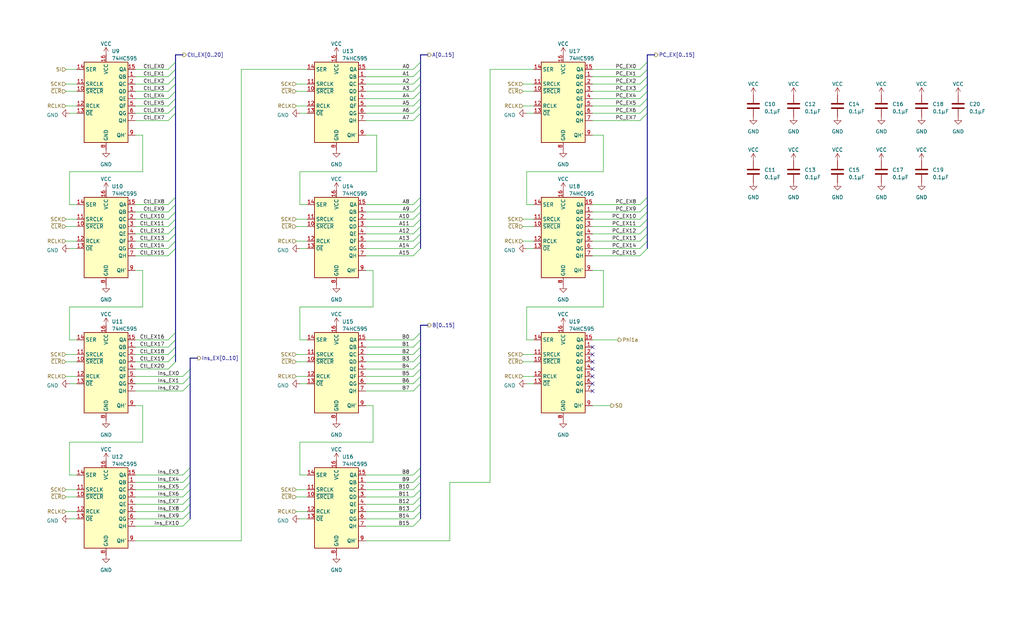
<source format=kicad_sch>
(kicad_sch (version 20250114) (generator "eeschema") (generator_version "9.0")
  (paper "USLegal")
  (title_block (date "2023-03-25") (rev "A"))
  (lib_symbols
    (symbol "74xx:74HC595"
      (property "Reference" "U" (at -7.62 13.97 0))
      (property "Value" "74HC595" (at -7.62 -16.51 0))
      (symbol "74HC595_1_0"
        (pin input line (at -10.16 10.16 0) (length 2.54) (name "SER") (number "14"))
        (pin input line (at -10.16 5.08 0) (length 2.54) (name "SRCLK") (number "11"))
        (pin input line (at -10.16 2.54 0) (length 2.54) (name "~{SRCLR}") (number "10"))
        (pin input line (at -10.16 -2.54 0) (length 2.54) (name "RCLK") (number "12"))
        (pin input line (at -10.16 -5.08 0) (length 2.54) (name "~{OE}") (number "13"))
        (pin power_in line (at 0 15.24 270) (length 2.54) (name "VCC") (number "16"))
        (pin power_in line (at 0 -17.78 90) (length 2.54) (name "GND") (number "8"))
        (pin tri_state line (at 10.16 10.16 180) (length 2.54) (name "QA") (number "15"))
        (pin tri_state line (at 10.16 7.62 180) (length 2.54) (name "QB") (number "1"))
        (pin tri_state line (at 10.16 5.08 180) (length 2.54) (name "QC") (number "2"))
        (pin tri_state line (at 10.16 2.54 180) (length 2.54) (name "QD") (number "3"))
        (pin tri_state line (at 10.16 0 180) (length 2.54) (name "QE") (number "4"))
        (pin tri_state line (at 10.16 -2.54 180) (length 2.54) (name "QF") (number "5"))
        (pin tri_state line (at 10.16 -5.08 180) (length 2.54) (name "QG") (number "6"))
        (pin tri_state line (at 10.16 -7.62 180) (length 2.54) (name "QH") (number "7"))
        (pin output line (at 10.16 -12.7 180) (length 2.54) (name "QH'") (number "9"))
      )
      (symbol "74HC595_1_1"
        (rectangle (start -7.62 12.7) (end 7.62 -15.24) (stroke (width 0.254)) (fill (type background)))
      )
    )
    (symbol "Device:C" (pin_numbers (hide yes)) (pin_names (offset 0.254))
      (property "Reference" "C" (at 0.635 2.54 0))
      (property "Value" "C" (at 0.635 -2.54 0))
      (symbol "C_0_1"
        (polyline (pts (xy -2.032 0.762) (xy 2.032 0.762)) (stroke (width 0.508)))
        (polyline (pts (xy -2.032 -0.762) (xy 2.032 -0.762)) (stroke (width 0.508)))
      )
      (symbol "C_1_1"
        (pin passive line (at 0 3.81 270) (length 2.794) (name "~") (number "1"))
        (pin passive line (at 0 -3.81 90) (length 2.794) (name "~") (number "2"))
      )
    )
    (symbol "power:GND" (power) (pin_names (offset 0))
      (property "Value" "GND" (at 0 -3.81 0))
      (symbol "GND_0_1"
        (polyline (pts (xy 0 0) (xy 0 -1.27) (xy 1.27 -1.27) (xy 0 -2.54) (xy -1.27 -1.27) (xy 0 -1.27)))
      )
      (symbol "GND_1_1"
        (pin power_in line (at 0 0 270) (length 0) (hide yes) (name "GND") (number "1"))
      )
    )
    (symbol "power:VCC" (power) (pin_names (offset 0))
      (property "Value" "VCC" (at 0 3.81 0))
      (symbol "VCC_0_1"
        (polyline (pts (xy -0.762 1.27) (xy 0 2.54)))
        (polyline (pts (xy 0 2.54) (xy 0.762 1.27)))
        (polyline (pts (xy 0 0) (xy 0 2.54)))
      )
      (symbol "VCC_1_1"
        (pin power_in line (at 0 0 90) (length 0) (hide yes) (name "VCC") (number "1"))
      )
    )
  )
  (no_connect (at 205.74 130.81))
  (no_connect (at 205.74 133.35))
  (no_connect (at 205.74 123.19))
  (no_connect (at 205.74 128.27))
  (no_connect (at 205.74 125.73))
  (no_connect (at 205.74 120.65))
  (no_connect (at 205.74 135.89))
  (bus_entry (at 60.96 120.65) (size -2.54 2.54))
  (bus_entry (at 146.05 78.74) (size -2.54 2.54))
  (bus_entry (at 60.96 76.2) (size -2.54 2.54))
  (bus_entry (at 146.05 170.18) (size -2.54 2.54))
  (bus_entry (at 60.96 81.28) (size -2.54 2.54))
  (bus_entry (at 60.96 36.83) (size -2.54 2.54))
  (bus_entry (at 146.05 71.12) (size -2.54 2.54))
  (bus_entry (at 66.04 162.56) (size -2.54 2.54))
  (bus_entry (at 146.05 115.57) (size -2.54 2.54))
  (bus_entry (at 66.04 130.81) (size -2.54 2.54))
  (bus_entry (at 146.05 24.13) (size -2.54 2.54))
  (bus_entry (at 146.05 167.64) (size -2.54 2.54))
  (bus_entry (at 60.96 34.29) (size -2.54 2.54))
  (bus_entry (at 146.05 177.8) (size -2.54 2.54))
  (bus_entry (at 66.04 133.35) (size -2.54 2.54))
  (bus_entry (at 60.96 83.82) (size -2.54 2.54))
  (bus_entry (at 66.04 167.64) (size -2.54 2.54))
  (bus_entry (at 146.05 76.2) (size -2.54 2.54))
  (bus_entry (at 60.96 26.67) (size -2.54 2.54))
  (bus_entry (at 224.79 26.67) (size -2.54 2.54))
  (bus_entry (at 60.96 73.66) (size -2.54 2.54))
  (bus_entry (at 146.05 172.72) (size -2.54 2.54))
  (bus_entry (at 146.05 128.27) (size -2.54 2.54))
  (bus_entry (at 60.96 118.11) (size -2.54 2.54))
  (bus_entry (at 224.79 29.21) (size -2.54 2.54))
  (bus_entry (at 224.79 86.36) (size -2.54 2.54))
  (bus_entry (at 224.79 83.82) (size -2.54 2.54))
  (bus_entry (at 224.79 24.13) (size -2.54 2.54))
  (bus_entry (at 60.96 39.37) (size -2.54 2.54))
  (bus_entry (at 60.96 125.73) (size -2.54 2.54))
  (bus_entry (at 66.04 175.26) (size -2.54 2.54))
  (bus_entry (at 224.79 73.66) (size -2.54 2.54))
  (bus_entry (at 146.05 175.26) (size -2.54 2.54))
  (bus_entry (at 146.05 34.29) (size -2.54 2.54))
  (bus_entry (at 66.04 172.72) (size -2.54 2.54))
  (bus_entry (at 146.05 29.21) (size -2.54 2.54))
  (bus_entry (at 224.79 31.75) (size -2.54 2.54))
  (bus_entry (at 66.04 177.8) (size -2.54 2.54))
  (bus_entry (at 224.79 76.2) (size -2.54 2.54))
  (bus_entry (at 146.05 68.58) (size -2.54 2.54))
  (bus_entry (at 60.96 68.58) (size -2.54 2.54))
  (bus_entry (at 146.05 86.36) (size -2.54 2.54))
  (bus_entry (at 146.05 130.81) (size -2.54 2.54))
  (bus_entry (at 224.79 78.74) (size -2.54 2.54))
  (bus_entry (at 60.96 86.36) (size -2.54 2.54))
  (bus_entry (at 224.79 68.58) (size -2.54 2.54))
  (bus_entry (at 146.05 36.83) (size -2.54 2.54))
  (bus_entry (at 60.96 31.75) (size -2.54 2.54))
  (bus_entry (at 146.05 120.65) (size -2.54 2.54))
  (bus_entry (at 60.96 78.74) (size -2.54 2.54))
  (bus_entry (at 224.79 71.12) (size -2.54 2.54))
  (bus_entry (at 66.04 170.18) (size -2.54 2.54))
  (bus_entry (at 146.05 162.56) (size -2.54 2.54))
  (bus_entry (at 146.05 31.75) (size -2.54 2.54))
  (bus_entry (at 224.79 81.28) (size -2.54 2.54))
  (bus_entry (at 60.96 24.13) (size -2.54 2.54))
  (bus_entry (at 224.79 34.29) (size -2.54 2.54))
  (bus_entry (at 66.04 165.1) (size -2.54 2.54))
  (bus_entry (at 60.96 71.12) (size -2.54 2.54))
  (bus_entry (at 146.05 165.1) (size -2.54 2.54))
  (bus_entry (at 60.96 123.19) (size -2.54 2.54))
  (bus_entry (at 146.05 180.34) (size -2.54 2.54))
  (bus_entry (at 66.04 180.34) (size -2.54 2.54))
  (bus_entry (at 146.05 123.19) (size -2.54 2.54))
  (bus_entry (at 224.79 39.37) (size -2.54 2.54))
  (bus_entry (at 146.05 125.73) (size -2.54 2.54))
  (bus_entry (at 60.96 115.57) (size -2.54 2.54))
  (bus_entry (at 146.05 73.66) (size -2.54 2.54))
  (bus_entry (at 146.05 133.35) (size -2.54 2.54))
  (bus_entry (at 146.05 81.28) (size -2.54 2.54))
  (bus_entry (at 146.05 118.11) (size -2.54 2.54))
  (bus_entry (at 66.04 128.27) (size -2.54 2.54))
  (bus_entry (at 224.79 36.83) (size -2.54 2.54))
  (bus_entry (at 60.96 29.21) (size -2.54 2.54))
  (bus_entry (at 146.05 26.67) (size -2.54 2.54))
  (bus_entry (at 146.05 21.59) (size -2.54 2.54))
  (bus_entry (at 224.79 21.59) (size -2.54 2.54))
  (bus_entry (at 146.05 39.37) (size -2.54 2.54))
  (bus_entry (at 146.05 83.82) (size -2.54 2.54))
  (bus_entry (at 60.96 21.59) (size -2.54 2.54))
  (wire (pts (xy 102.87 125.73) (xy 106.68 125.73)))
  (wire (pts (xy 205.74 118.11) (xy 214.63 118.11)))
  (wire (pts (xy 205.74 46.99) (xy 209.55 46.99)))
  (bus (pts (xy 146.05 115.57) (xy 146.05 118.11)))
  (bus (pts (xy 60.96 19.05) (xy 60.96 21.59)))
  (wire (pts (xy 143.51 36.83) (xy 127 36.83)))
  (bus (pts (xy 60.96 36.83) (xy 60.96 39.37)))
  (wire (pts (xy 181.61 36.83) (xy 185.42 36.83)))
  (bus (pts (xy 146.05 165.1) (xy 146.05 167.64)))
  (wire (pts (xy 182.88 59.69) (xy 209.55 59.69)))
  (bus (pts (xy 146.05 68.58) (xy 146.05 71.12)))
  (wire (pts (xy 143.51 180.34) (xy 127 180.34)))
  (wire (pts (xy 102.87 177.8) (xy 106.68 177.8)))
  (wire (pts (xy 222.25 26.67) (xy 205.74 26.67)))
  (wire (pts (xy 222.25 73.66) (xy 205.74 73.66)))
  (wire (pts (xy 46.99 187.96) (xy 83.82 187.96)))
  (wire (pts (xy 127 135.89) (xy 143.51 135.89)))
  (wire (pts (xy 22.86 172.72) (xy 26.67 172.72)))
  (wire (pts (xy 49.53 140.97) (xy 49.53 153.67)))
  (wire (pts (xy 49.53 106.68) (xy 24.13 106.68)))
  (wire (pts (xy 143.51 165.1) (xy 127 165.1)))
  (bus (pts (xy 146.05 83.82) (xy 146.05 86.36)))
  (bus (pts (xy 66.04 172.72) (xy 66.04 175.26)))
  (wire (pts (xy 104.14 165.1) (xy 106.68 165.1)))
  (wire (pts (xy 205.74 140.97) (xy 212.09 140.97)))
  (wire (pts (xy 58.42 39.37) (xy 46.99 39.37)))
  (wire (pts (xy 22.86 83.82) (xy 26.67 83.82)))
  (wire (pts (xy 222.25 31.75) (xy 205.74 31.75)))
  (bus (pts (xy 60.96 26.67) (xy 60.96 29.21)))
  (wire (pts (xy 63.5 133.35) (xy 46.99 133.35)))
  (wire (pts (xy 104.14 133.35) (xy 106.68 133.35)))
  (wire (pts (xy 185.42 24.13) (xy 170.18 24.13)))
  (wire (pts (xy 104.14 71.12) (xy 106.68 71.12)))
  (bus (pts (xy 224.79 76.2) (xy 224.79 78.74)))
  (wire (pts (xy 22.86 24.13) (xy 26.67 24.13)))
  (bus (pts (xy 66.04 128.27) (xy 66.04 130.81)))
  (wire (pts (xy 102.87 31.75) (xy 106.68 31.75)))
  (wire (pts (xy 102.87 29.21) (xy 106.68 29.21)))
  (wire (pts (xy 22.86 170.18) (xy 26.67 170.18)))
  (bus (pts (xy 224.79 24.13) (xy 224.79 26.67)))
  (wire (pts (xy 222.25 83.82) (xy 205.74 83.82)))
  (wire (pts (xy 102.87 36.83) (xy 106.68 36.83)))
  (wire (pts (xy 182.88 59.69) (xy 182.88 71.12)))
  (bus (pts (xy 146.05 113.03) (xy 146.05 115.57)))
  (bus (pts (xy 60.96 73.66) (xy 60.96 76.2)))
  (wire (pts (xy 104.14 59.69) (xy 130.81 59.69)))
  (wire (pts (xy 24.13 180.34) (xy 26.67 180.34)))
  (wire (pts (xy 22.86 130.81) (xy 26.67 130.81)))
  (bus (pts (xy 146.05 162.56) (xy 146.05 165.1)))
  (bus (pts (xy 68.58 124.46) (xy 66.04 124.46)))
  (wire (pts (xy 102.87 76.2) (xy 106.68 76.2)))
  (bus (pts (xy 224.79 19.05) (xy 224.79 21.59)))
  (wire (pts (xy 181.61 83.82) (xy 185.42 83.82)))
  (bus (pts (xy 146.05 170.18) (xy 146.05 172.72)))
  (wire (pts (xy 58.42 88.9) (xy 46.99 88.9)))
  (bus (pts (xy 146.05 71.12) (xy 146.05 73.66)))
  (bus (pts (xy 60.96 83.82) (xy 60.96 86.36)))
  (wire (pts (xy 222.25 71.12) (xy 205.74 71.12)))
  (wire (pts (xy 156.21 187.96) (xy 156.21 167.64)))
  (bus (pts (xy 148.59 113.03) (xy 146.05 113.03)))
  (wire (pts (xy 102.87 170.18) (xy 106.68 170.18)))
  (wire (pts (xy 209.55 106.68) (xy 182.88 106.68)))
  (wire (pts (xy 182.88 86.36) (xy 185.42 86.36)))
  (wire (pts (xy 143.51 120.65) (xy 127 120.65)))
  (wire (pts (xy 143.51 177.8) (xy 127 177.8)))
  (bus (pts (xy 146.05 120.65) (xy 146.05 123.19)))
  (bus (pts (xy 146.05 130.81) (xy 146.05 133.35)))
  (wire (pts (xy 156.21 167.64) (xy 170.18 167.64)))
  (bus (pts (xy 224.79 73.66) (xy 224.79 76.2)))
  (wire (pts (xy 143.51 31.75) (xy 127 31.75)))
  (wire (pts (xy 58.42 86.36) (xy 46.99 86.36)))
  (bus (pts (xy 146.05 118.11) (xy 146.05 120.65)))
  (wire (pts (xy 63.5 180.34) (xy 46.99 180.34)))
  (wire (pts (xy 63.5 165.1) (xy 46.99 165.1)))
  (wire (pts (xy 49.53 93.98) (xy 49.53 106.68)))
  (bus (pts (xy 60.96 86.36) (xy 60.96 115.57)))
  (bus (pts (xy 60.96 21.59) (xy 60.96 24.13)))
  (bus (pts (xy 60.96 29.21) (xy 60.96 31.75)))
  (wire (pts (xy 24.13 153.67) (xy 24.13 165.1)))
  (wire (pts (xy 22.86 125.73) (xy 26.67 125.73)))
  (wire (pts (xy 58.42 36.83) (xy 46.99 36.83)))
  (wire (pts (xy 182.88 71.12) (xy 185.42 71.12)))
  (wire (pts (xy 143.51 29.21) (xy 127 29.21)))
  (wire (pts (xy 102.87 83.82) (xy 106.68 83.82)))
  (wire (pts (xy 46.99 46.99) (xy 49.53 46.99)))
  (bus (pts (xy 66.04 165.1) (xy 66.04 167.64)))
  (wire (pts (xy 143.51 130.81) (xy 127 130.81)))
  (wire (pts (xy 143.51 167.64) (xy 127 167.64)))
  (bus (pts (xy 66.04 162.56) (xy 66.04 165.1)))
  (wire (pts (xy 24.13 86.36) (xy 26.67 86.36)))
  (wire (pts (xy 58.42 71.12) (xy 46.99 71.12)))
  (wire (pts (xy 22.86 31.75) (xy 26.67 31.75)))
  (wire (pts (xy 182.88 106.68) (xy 182.88 118.11)))
  (wire (pts (xy 24.13 118.11) (xy 26.67 118.11)))
  (wire (pts (xy 24.13 59.69) (xy 49.53 59.69)))
  (wire (pts (xy 63.5 172.72) (xy 46.99 172.72)))
  (wire (pts (xy 104.14 86.36) (xy 106.68 86.36)))
  (wire (pts (xy 58.42 118.11) (xy 46.99 118.11)))
  (bus (pts (xy 146.05 167.64) (xy 146.05 170.18)))
  (wire (pts (xy 181.61 29.21) (xy 185.42 29.21)))
  (wire (pts (xy 104.14 118.11) (xy 106.68 118.11)))
  (bus (pts (xy 224.79 36.83) (xy 224.79 39.37)))
  (wire (pts (xy 182.88 39.37) (xy 185.42 39.37)))
  (wire (pts (xy 222.25 81.28) (xy 205.74 81.28)))
  (bus (pts (xy 60.96 81.28) (xy 60.96 83.82)))
  (wire (pts (xy 143.51 39.37) (xy 127 39.37)))
  (wire (pts (xy 127 41.91) (xy 143.51 41.91)))
  (wire (pts (xy 58.42 83.82) (xy 46.99 83.82)))
  (wire (pts (xy 49.53 46.99) (xy 49.53 59.69)))
  (wire (pts (xy 58.42 123.19) (xy 46.99 123.19)))
  (wire (pts (xy 58.42 41.91) (xy 46.99 41.91)))
  (wire (pts (xy 143.51 123.19) (xy 127 123.19)))
  (bus (pts (xy 146.05 78.74) (xy 146.05 81.28)))
  (bus (pts (xy 224.79 34.29) (xy 224.79 36.83)))
  (bus (pts (xy 66.04 124.46) (xy 66.04 128.27)))
  (bus (pts (xy 66.04 133.35) (xy 66.04 162.56)))
  (bus (pts (xy 224.79 68.58) (xy 224.79 71.12)))
  (wire (pts (xy 24.13 39.37) (xy 26.67 39.37)))
  (wire (pts (xy 222.25 29.21) (xy 205.74 29.21)))
  (bus (pts (xy 146.05 39.37) (xy 146.05 68.58)))
  (wire (pts (xy 24.13 165.1) (xy 26.67 165.1)))
  (wire (pts (xy 58.42 34.29) (xy 46.99 34.29)))
  (bus (pts (xy 146.05 21.59) (xy 146.05 24.13)))
  (wire (pts (xy 222.25 34.29) (xy 205.74 34.29)))
  (wire (pts (xy 127 46.99) (xy 130.81 46.99)))
  (bus (pts (xy 146.05 24.13) (xy 146.05 26.67)))
  (wire (pts (xy 143.51 83.82) (xy 127 83.82)))
  (bus (pts (xy 66.04 175.26) (xy 66.04 177.8)))
  (wire (pts (xy 181.61 125.73) (xy 185.42 125.73)))
  (bus (pts (xy 146.05 177.8) (xy 146.05 180.34)))
  (bus (pts (xy 224.79 78.74) (xy 224.79 81.28)))
  (wire (pts (xy 24.13 71.12) (xy 26.67 71.12)))
  (wire (pts (xy 58.42 128.27) (xy 46.99 128.27)))
  (wire (pts (xy 143.51 71.12) (xy 127 71.12)))
  (wire (pts (xy 104.14 180.34) (xy 106.68 180.34)))
  (bus (pts (xy 224.79 39.37) (xy 224.79 68.58)))
  (bus (pts (xy 66.04 167.64) (xy 66.04 170.18)))
  (wire (pts (xy 181.61 31.75) (xy 185.42 31.75)))
  (bus (pts (xy 146.05 175.26) (xy 146.05 177.8)))
  (wire (pts (xy 102.87 172.72) (xy 106.68 172.72)))
  (wire (pts (xy 181.61 76.2) (xy 185.42 76.2)))
  (wire (pts (xy 24.13 59.69) (xy 24.13 71.12)))
  (wire (pts (xy 143.51 76.2) (xy 127 76.2)))
  (wire (pts (xy 58.42 81.28) (xy 46.99 81.28)))
  (wire (pts (xy 63.5 170.18) (xy 46.99 170.18)))
  (bus (pts (xy 66.04 170.18) (xy 66.04 172.72)))
  (wire (pts (xy 205.74 93.98) (xy 209.55 93.98)))
  (bus (pts (xy 60.96 68.58) (xy 60.96 71.12)))
  (wire (pts (xy 63.5 130.81) (xy 46.99 130.81)))
  (bus (pts (xy 66.04 177.8) (xy 66.04 180.34)))
  (bus (pts (xy 224.79 21.59) (xy 224.79 24.13)))
  (wire (pts (xy 143.51 34.29) (xy 127 34.29)))
  (bus (pts (xy 146.05 73.66) (xy 146.05 76.2)))
  (wire (pts (xy 182.88 133.35) (xy 185.42 133.35)))
  (bus (pts (xy 146.05 19.05) (xy 146.05 21.59)))
  (wire (pts (xy 143.51 26.67) (xy 127 26.67)))
  (bus (pts (xy 60.96 24.13) (xy 60.96 26.67)))
  (bus (pts (xy 146.05 34.29) (xy 146.05 36.83)))
  (wire (pts (xy 129.54 106.68) (xy 104.14 106.68)))
  (bus (pts (xy 224.79 83.82) (xy 224.79 86.36)))
  (wire (pts (xy 129.54 140.97) (xy 129.54 153.67)))
  (wire (pts (xy 143.51 172.72) (xy 127 172.72)))
  (wire (pts (xy 143.51 118.11) (xy 127 118.11)))
  (wire (pts (xy 222.25 88.9) (xy 205.74 88.9)))
  (wire (pts (xy 143.51 78.74) (xy 127 78.74)))
  (wire (pts (xy 209.55 46.99) (xy 209.55 59.69)))
  (wire (pts (xy 130.81 46.99) (xy 130.81 59.69)))
  (bus (pts (xy 146.05 128.27) (xy 146.05 130.81)))
  (wire (pts (xy 104.14 153.67) (xy 104.14 165.1)))
  (bus (pts (xy 146.05 133.35) (xy 146.05 162.56)))
  (wire (pts (xy 143.51 86.36) (xy 127 86.36)))
  (wire (pts (xy 102.87 78.74) (xy 106.68 78.74)))
  (bus (pts (xy 146.05 36.83) (xy 146.05 39.37)))
  (bus (pts (xy 60.96 31.75) (xy 60.96 34.29)))
  (bus (pts (xy 148.59 19.05) (xy 146.05 19.05)))
  (wire (pts (xy 58.42 24.13) (xy 46.99 24.13)))
  (wire (pts (xy 63.5 177.8) (xy 46.99 177.8)))
  (wire (pts (xy 63.5 175.26) (xy 46.99 175.26)))
  (wire (pts (xy 170.18 167.64) (xy 170.18 24.13)))
  (wire (pts (xy 143.51 133.35) (xy 127 133.35)))
  (bus (pts (xy 60.96 78.74) (xy 60.96 81.28)))
  (wire (pts (xy 222.25 39.37) (xy 205.74 39.37)))
  (wire (pts (xy 58.42 31.75) (xy 46.99 31.75)))
  (wire (pts (xy 143.51 175.26) (xy 127 175.26)))
  (bus (pts (xy 146.05 26.67) (xy 146.05 29.21)))
  (wire (pts (xy 102.87 123.19) (xy 106.68 123.19)))
  (wire (pts (xy 143.51 24.13) (xy 127 24.13)))
  (wire (pts (xy 127 93.98) (xy 129.54 93.98)))
  (wire (pts (xy 83.82 24.13) (xy 106.68 24.13)))
  (wire (pts (xy 63.5 182.88) (xy 46.99 182.88)))
  (wire (pts (xy 22.86 36.83) (xy 26.67 36.83)))
  (wire (pts (xy 102.87 130.81) (xy 106.68 130.81)))
  (wire (pts (xy 104.14 59.69) (xy 104.14 71.12)))
  (bus (pts (xy 146.05 76.2) (xy 146.05 78.74)))
  (wire (pts (xy 127 187.96) (xy 156.21 187.96)))
  (wire (pts (xy 58.42 125.73) (xy 46.99 125.73)))
  (wire (pts (xy 181.61 78.74) (xy 185.42 78.74)))
  (wire (pts (xy 222.25 76.2) (xy 205.74 76.2)))
  (bus (pts (xy 60.96 120.65) (xy 60.96 123.19)))
  (wire (pts (xy 46.99 140.97) (xy 49.53 140.97)))
  (bus (pts (xy 60.96 118.11) (xy 60.96 120.65)))
  (bus (pts (xy 146.05 29.21) (xy 146.05 31.75)))
  (bus (pts (xy 146.05 172.72) (xy 146.05 175.26)))
  (wire (pts (xy 143.51 128.27) (xy 127 128.27)))
  (bus (pts (xy 227.33 19.05) (xy 224.79 19.05)))
  (wire (pts (xy 24.13 106.68) (xy 24.13 118.11)))
  (wire (pts (xy 181.61 130.81) (xy 185.42 130.81)))
  (wire (pts (xy 58.42 73.66) (xy 46.99 73.66)))
  (bus (pts (xy 146.05 31.75) (xy 146.05 34.29)))
  (bus (pts (xy 66.04 130.81) (xy 66.04 133.35)))
  (wire (pts (xy 104.14 153.67) (xy 129.54 153.67)))
  (wire (pts (xy 22.86 123.19) (xy 26.67 123.19)))
  (wire (pts (xy 205.74 41.91) (xy 222.25 41.91)))
  (wire (pts (xy 209.55 93.98) (xy 209.55 106.68)))
  (wire (pts (xy 46.99 93.98) (xy 49.53 93.98)))
  (wire (pts (xy 24.13 153.67) (xy 49.53 153.67)))
  (bus (pts (xy 146.05 125.73) (xy 146.05 128.27)))
  (bus (pts (xy 60.96 34.29) (xy 60.96 36.83)))
  (wire (pts (xy 58.42 76.2) (xy 46.99 76.2)))
  (wire (pts (xy 143.51 73.66) (xy 127 73.66)))
  (bus (pts (xy 224.79 71.12) (xy 224.79 73.66)))
  (wire (pts (xy 222.25 78.74) (xy 205.74 78.74)))
  (wire (pts (xy 222.25 86.36) (xy 205.74 86.36)))
  (wire (pts (xy 22.86 177.8) (xy 26.67 177.8)))
  (bus (pts (xy 60.96 71.12) (xy 60.96 73.66)))
  (bus (pts (xy 224.79 26.67) (xy 224.79 29.21)))
  (wire (pts (xy 143.51 81.28) (xy 127 81.28)))
  (wire (pts (xy 104.14 106.68) (xy 104.14 118.11)))
  (wire (pts (xy 127 140.97) (xy 129.54 140.97)))
  (wire (pts (xy 222.25 36.83) (xy 205.74 36.83)))
  (wire (pts (xy 182.88 118.11) (xy 185.42 118.11)))
  (wire (pts (xy 83.82 24.13) (xy 83.82 187.96)))
  (bus (pts (xy 224.79 81.28) (xy 224.79 83.82)))
  (bus (pts (xy 224.79 31.75) (xy 224.79 34.29)))
  (wire (pts (xy 63.5 167.64) (xy 46.99 167.64)))
  (wire (pts (xy 24.13 133.35) (xy 26.67 133.35)))
  (wire (pts (xy 58.42 78.74) (xy 46.99 78.74)))
  (wire (pts (xy 22.86 78.74) (xy 26.67 78.74)))
  (bus (pts (xy 146.05 81.28) (xy 146.05 83.82)))
  (wire (pts (xy 63.5 135.89) (xy 46.99 135.89)))
  (bus (pts (xy 60.96 115.57) (xy 60.96 118.11)))
  (bus (pts (xy 224.79 29.21) (xy 224.79 31.75)))
  (wire (pts (xy 143.51 88.9) (xy 127 88.9)))
  (bus (pts (xy 60.96 76.2) (xy 60.96 78.74)))
  (bus (pts (xy 60.96 123.19) (xy 60.96 125.73)))
  (bus (pts (xy 146.05 123.19) (xy 146.05 125.73)))
  (wire (pts (xy 58.42 26.67) (xy 46.99 26.67)))
  (bus (pts (xy 60.96 39.37) (xy 60.96 68.58)))
  (wire (pts (xy 129.54 93.98) (xy 129.54 106.68)))
  (wire (pts (xy 104.14 39.37) (xy 106.68 39.37)))
  (wire (pts (xy 58.42 120.65) (xy 46.99 120.65)))
  (wire (pts (xy 58.42 29.21) (xy 46.99 29.21)))
  (wire (pts (xy 143.51 182.88) (xy 127 182.88)))
  (wire (pts (xy 143.51 170.18) (xy 127 170.18)))
  (bus (pts (xy 63.5 19.05) (xy 60.96 19.05)))
  (wire (pts (xy 181.61 123.19) (xy 185.42 123.19)))
  (wire (pts (xy 222.25 24.13) (xy 205.74 24.13)))
  (wire (pts (xy 22.86 29.21) (xy 26.67 29.21)))
  (wire (pts (xy 143.51 125.73) (xy 127 125.73)))
  (wire (pts (xy 22.86 76.2) (xy 26.67 76.2)))
  (label "PC_EX6" (at 220.98 39.37 180))
  (label "PC_EX0" (at 220.98 24.13 180))
  (label "PC_EX13" (at 220.98 83.82 180))
  (label "B5" (at 142.24 130.81 180))
  (label "A15" (at 142.24 88.9 180))
  (label "A1" (at 142.24 26.67 180))
  (label "A3" (at 142.24 31.75 180))
  (label "Ctl_EX13" (at 57.15 83.82 180))
  (label "Ctl_EX6" (at 57.15 39.37 180))
  (label "PC_EX7" (at 220.98 41.91 180))
  (label "B8" (at 142.24 165.1 180))
  (label "B9" (at 142.24 167.64 180))
  (label "Ctl_EX20" (at 57.15 128.27 180))
  (label "A5" (at 142.24 36.83 180))
  (label "A0" (at 142.24 24.13 180))
  (label "Ctl_EX17" (at 57.15 120.65 180))
  (label "Ctl_EX4" (at 57.15 34.29 180))
  (label "Ctl_EX7" (at 57.15 41.91 180))
  (label "Ctl_EX15" (at 57.15 88.9 180))
  (label "Ctl_EX19" (at 57.15 125.73 180))
  (label "B12" (at 142.24 175.26 180))
  (label "Ins_EX7" (at 62.23 175.26 180))
  (label "PC_EX3" (at 220.98 31.75 180))
  (label "A10" (at 142.24 76.2 180))
  (label "PC_EX8" (at 220.98 71.12 180))
  (label "PC_EX11" (at 220.98 78.74 180))
  (label "Ins_EX1" (at 62.23 133.35 180))
  (label "B7" (at 142.24 135.89 180))
  (label "A11" (at 142.24 78.74 180))
  (label "B15" (at 142.24 182.88 180))
  (label "Ins_EX10" (at 62.23 182.88 180))
  (label "PC_EX9" (at 220.98 73.66 180))
  (label "B1" (at 142.24 120.65 180))
  (label "A6" (at 142.24 39.37 180))
  (label "Ctl_EX9" (at 57.15 73.66 180))
  (label "B11" (at 142.24 172.72 180))
  (label "PC_EX5" (at 220.98 36.83 180))
  (label "A12" (at 142.24 81.28 180))
  (label "A4" (at 142.24 34.29 180))
  (label "PC_EX15" (at 220.98 88.9 180))
  (label "PC_EX12" (at 220.98 81.28 180))
  (label "A13" (at 142.24 83.82 180))
  (label "B2" (at 142.24 123.19 180))
  (label "B0" (at 142.24 118.11 180))
  (label "Ctl_EX16" (at 57.15 118.11 180))
  (label "B4" (at 142.24 128.27 180))
  (label "A14" (at 142.24 86.36 180))
  (label "A9" (at 142.24 73.66 180))
  (label "PC_EX14" (at 220.98 86.36 180))
  (label "A7" (at 142.24 41.91 180))
  (label "B3" (at 142.24 125.73 180))
  (label "Ctl_EX8" (at 57.15 71.12 180))
  (label "B6" (at 142.24 133.35 180))
  (label "Ctl_EX2" (at 57.15 29.21 180))
  (label "Ins_EX5" (at 62.23 170.18 180))
  (label "Ins_EX9" (at 62.23 180.34 180))
  (label "A8" (at 142.24 71.12 180))
  (label "Ctl_EX0" (at 57.15 24.13 180))
  (label "B10" (at 142.24 170.18 180))
  (label "Ctl_EX18" (at 57.15 123.19 180))
  (label "Ctl_EX3" (at 57.15 31.75 180))
  (label "PC_EX2" (at 220.98 29.21 180))
  (label "Ins_EX6" (at 62.23 172.72 180))
  (label "B13" (at 142.24 177.8 180))
  (label "PC_EX4" (at 220.98 34.29 180))
  (label "PC_EX10" (at 220.98 76.2 180))
  (label "Ctl_EX14" (at 57.15 86.36 180))
  (label "Ins_EX0" (at 62.23 130.81 180))
  (label "A2" (at 142.24 29.21 180))
  (label "Ctl_EX5" (at 57.15 36.83 180))
  (label "PC_EX1" (at 220.98 26.67 180))
  (label "Ins_EX8" (at 62.23 177.8 180))
  (label "Ctl_EX11" (at 57.15 78.74 180))
  (label "Ctl_EX10" (at 57.15 76.2 180))
  (label "Ins_EX4" (at 62.23 167.64 180))
  (label "Ctl_EX12" (at 57.15 81.28 180))
  (label "B14" (at 142.24 180.34 180))
  (label "Ctl_EX1" (at 57.15 26.67 180))
  (label "Ins_EX2" (at 62.23 135.89 180))
  (label "Ins_EX3" (at 62.23 165.1 180))
  (hierarchical_label "RCLK" (shape input) (at 22.86 36.83 180))
  (hierarchical_label "A[0..15]" (shape output) (at 148.59 19.05 0))
  (hierarchical_label "RCLK" (shape input) (at 102.87 130.81 180))
  (hierarchical_label "RCLK" (shape input) (at 22.86 177.8 180))
  (hierarchical_label "~{CLR}" (shape input) (at 22.86 31.75 180))
  (hierarchical_label "SCK" (shape input) (at 181.61 123.19 180))
  (hierarchical_label "~{CLR}" (shape input) (at 181.61 78.74 180))
  (hierarchical_label "SCK" (shape input) (at 22.86 29.21 180))
  (hierarchical_label "~{CLR}" (shape input) (at 102.87 78.74 180))
  (hierarchical_label "RCLK" (shape input) (at 102.87 36.83 180))
  (hierarchical_label "SO" (shape output) (at 212.09 140.97 0))
  (hierarchical_label "SCK" (shape input) (at 22.86 170.18 180))
  (hierarchical_label "SCK" (shape input) (at 102.87 123.19 180))
  (hierarchical_label "SCK" (shape input) (at 102.87 76.2 180))
  (hierarchical_label "B[0..15]" (shape output) (at 148.59 113.03 0))
  (hierarchical_label "~{CLR}" (shape input) (at 22.86 172.72 180))
  (hierarchical_label "RCLK" (shape input) (at 181.61 83.82 180))
  (hierarchical_label "RCLK" (shape input) (at 102.87 177.8 180))
  (hierarchical_label "Ctl_EX[0..20]" (shape output) (at 63.5 19.05 0))
  (hierarchical_label "RCLK" (shape input) (at 181.61 130.81 180))
  (hierarchical_label "SCK" (shape input) (at 22.86 76.2 180))
  (hierarchical_label "RCLK" (shape input) (at 181.61 36.83 180))
  (hierarchical_label "~{CLR}" (shape input) (at 181.61 125.73 180))
  (hierarchical_label "SI" (shape input) (at 22.86 24.13 180))
  (hierarchical_label "SCK" (shape input) (at 181.61 76.2 180))
  (hierarchical_label "~{CLR}" (shape input) (at 102.87 31.75 180))
  (hierarchical_label "~{CLR}" (shape input) (at 22.86 125.73 180))
  (hierarchical_label "~{CLR}" (shape input) (at 102.87 125.73 180))
  (hierarchical_label "PC_EX[0..15]" (shape output) (at 227.33 19.05 0))
  (hierarchical_label "SCK" (shape input) (at 102.87 29.21 180))
  (hierarchical_label "SCK" (shape input) (at 22.86 123.19 180))
  (hierarchical_label "RCLK" (shape input) (at 22.86 83.82 180))
  (hierarchical_label "RCLK" (shape input) (at 22.86 130.81 180))
  (hierarchical_label "Ins_EX[0..10]" (shape output) (at 68.58 124.46 0))
  (hierarchical_label "~{CLR}" (shape input) (at 22.86 78.74 180))
  (hierarchical_label "RCLK" (shape input) (at 102.87 83.82 180))
  (hierarchical_label "~{CLR}" (shape input) (at 181.61 31.75 180))
  (hierarchical_label "SCK" (shape input) (at 181.61 29.21 180))
  (hierarchical_label "Phi1a" (shape output) (at 214.63 118.11 0))
  (hierarchical_label "~{CLR}" (shape input) (at 102.87 172.72 180))
  (hierarchical_label "SCK" (shape input) (at 102.87 170.18 180))
  (symbol (lib_id "power:GND") (at 275.59 40.64 0) (unit 1)
    (property "Reference" "#PWR091" (effects (hide yes)))
    (property "Value" "GND" (at 275.59 45.72 0))
  )
  (symbol (lib_id "Device:C") (at 306.07 36.83 0) (unit 1)
    (property "Reference" "C16" (at 309.88 36.195 0) (effects (justify left)))
    (property "Value" "0.1µF" (at 309.88 38.735 0) (effects (justify left)))
    (property "Footprint" "Capacitor_SMD:C_0603_1608Metric" (effects (hide yes)))
    (property "Mouser" "https://www.mouser.com/ProductDetail/963-EMK107B7104KAHT" (effects (hide yes)))
  )
  (symbol (lib_id "power:VCC") (at 306.07 55.88 0) (unit 1)
    (property "Reference" "#PWR0100" (effects (hide yes)))
    (property "Value" "VCC" (at 306.07 52.07 0))
  )
  (symbol (lib_id "power:GND") (at 261.62 63.5 0) (unit 1)
    (property "Reference" "#PWR089" (effects (hide yes)))
    (property "Value" "GND" (at 261.62 68.58 0))
  )
  (symbol (lib_id "power:GND") (at 24.13 86.36 270) (unit 1)
    (property "Reference" "#PWR054" (effects (hide yes)))
    (property "Value" "GND" (at 20.32 86.995 90) (effects (justify right)))
  )
  (symbol (lib_id "power:GND") (at 36.83 146.05 0) (unit 1)
    (property "Reference" "#PWR062" (effects (hide yes)))
    (property "Value" "GND" (at 36.83 151.13 0))
  )
  (symbol (lib_id "power:GND") (at 320.04 40.64 0) (unit 1)
    (property "Reference" "#PWR0103" (effects (hide yes)))
    (property "Value" "GND" (at 320.04 45.72 0))
  )
  (symbol (lib_id "74xx:74HC595") (at 36.83 81.28 0) (unit 1)
    (property "Reference" "U10" (at 38.7859 64.77 0) (effects (justify left)))
    (property "Value" "74HC595" (at 38.7859 67.31 0) (effects (justify left)))
    (property "Footprint" "Package_SO:TSSOP-16_4.4x5mm_P0.65mm" (effects (hide yes)))
    (property "Datasheet" "http://www.ti.com/lit/ds/symlink/sn74hc595.pdf" (effects (hide yes)))
  )
  (symbol (lib_id "Device:C") (at 306.07 59.69 0) (unit 1)
    (property "Reference" "C17" (at 309.88 59.055 0) (effects (justify left)))
    (property "Value" "0.1µF" (at 309.88 61.595 0) (effects (justify left)))
    (property "Footprint" "Capacitor_SMD:C_0603_1608Metric" (effects (hide yes)))
    (property "Mouser" "https://www.mouser.com/ProductDetail/963-EMK107B7104KAHT" (effects (hide yes)))
  )
  (symbol (lib_id "power:GND") (at 182.88 133.35 270) (unit 1)
    (property "Reference" "#PWR079" (effects (hide yes)))
    (property "Value" "GND" (at 179.07 133.985 90) (effects (justify right)))
  )
  (symbol (lib_id "power:GND") (at 195.58 99.06 0) (unit 1)
    (property "Reference" "#PWR083" (effects (hide yes)))
    (property "Value" "GND" (at 195.58 104.14 0))
  )
  (symbol (lib_id "power:GND") (at 290.83 63.5 0) (unit 1)
    (property "Reference" "#PWR097" (effects (hide yes)))
    (property "Value" "GND" (at 290.83 68.58 0))
  )
  (symbol (lib_id "power:VCC") (at 36.83 113.03 0) (unit 1)
    (property "Reference" "#PWR061" (effects (hide yes)))
    (property "Value" "VCC" (at 36.83 109.22 0))
  )
  (symbol (lib_id "power:GND") (at 24.13 180.34 270) (unit 1)
    (property "Reference" "#PWR056" (effects (hide yes)))
    (property "Value" "GND" (at 20.32 180.975 90) (effects (justify right)))
  )
  (symbol (lib_id "power:GND") (at 182.88 86.36 270) (unit 1)
    (property "Reference" "#PWR078" (effects (hide yes)))
    (property "Value" "GND" (at 179.07 86.995 90) (effects (justify right)))
  )
  (symbol (lib_id "Device:C") (at 261.62 59.69 0) (unit 1)
    (property "Reference" "C11" (at 265.43 59.055 0) (effects (justify left)))
    (property "Value" "0.1µF" (at 265.43 61.595 0) (effects (justify left)))
    (property "Footprint" "Capacitor_SMD:C_0603_1608Metric" (effects (hide yes)))
    (property "Mouser" "https://www.mouser.com/ProductDetail/963-EMK107B7104KAHT" (effects (hide yes)))
  )
  (symbol (lib_id "Device:C") (at 275.59 36.83 0) (unit 1)
    (property "Reference" "C12" (at 279.4 36.195 0) (effects (justify left)))
    (property "Value" "0.1µF" (at 279.4 38.735 0) (effects (justify left)))
    (property "Footprint" "Capacitor_SMD:C_0603_1608Metric" (effects (hide yes)))
    (property "Mouser" "https://www.mouser.com/ProductDetail/963-EMK107B7104KAHT" (effects (hide yes)))
  )
  (symbol (lib_id "power:GND") (at 182.88 39.37 270) (unit 1)
    (property "Reference" "#PWR077" (effects (hide yes)))
    (property "Value" "GND" (at 179.07 40.005 90) (effects (justify right)))
  )
  (symbol (lib_id "power:VCC") (at 116.84 19.05 0) (unit 1)
    (property "Reference" "#PWR069" (effects (hide yes)))
    (property "Value" "VCC" (at 116.84 15.24 0))
  )
  (symbol (lib_id "power:VCC") (at 275.59 55.88 0) (unit 1)
    (property "Reference" "#PWR092" (effects (hide yes)))
    (property "Value" "VCC" (at 275.59 52.07 0))
  )
  (symbol (lib_id "power:GND") (at 195.58 52.07 0) (unit 1)
    (property "Reference" "#PWR081" (effects (hide yes)))
    (property "Value" "GND" (at 195.58 57.15 0))
  )
  (symbol (lib_id "74xx:74HC595") (at 36.83 34.29 0) (unit 1)
    (property "Reference" "U9" (at 38.7859 17.78 0) (effects (justify left)))
    (property "Value" "74HC595" (at 38.7859 20.32 0) (effects (justify left)))
    (property "Footprint" "Package_SO:TSSOP-16_4.4x5mm_P0.65mm" (effects (hide yes)))
    (property "Datasheet" "http://www.ti.com/lit/ds/symlink/sn74hc595.pdf" (effects (hide yes)))
  )
  (symbol (lib_id "power:GND") (at 290.83 40.64 0) (unit 1)
    (property "Reference" "#PWR095" (effects (hide yes)))
    (property "Value" "GND" (at 290.83 45.72 0))
  )
  (symbol (lib_id "74xx:74HC595") (at 195.58 34.29 0) (unit 1)
    (property "Reference" "U17" (at 197.5359 17.78 0) (effects (justify left)))
    (property "Value" "74HC595" (at 197.5359 20.32 0) (effects (justify left)))
    (property "Footprint" "Package_SO:TSSOP-16_4.4x5mm_P0.65mm" (effects (hide yes)))
    (property "Datasheet" "http://www.ti.com/lit/ds/symlink/sn74hc595.pdf" (effects (hide yes)))
  )
  (symbol (lib_id "power:GND") (at 24.13 133.35 270) (unit 1)
    (property "Reference" "#PWR055" (effects (hide yes)))
    (property "Value" "GND" (at 20.32 133.985 90) (effects (justify right)))
  )
  (symbol (lib_id "power:VCC") (at 261.62 33.02 0) (unit 1)
    (property "Reference" "#PWR086" (effects (hide yes)))
    (property "Value" "VCC" (at 261.62 29.21 0))
  )
  (symbol (lib_id "power:GND") (at 116.84 52.07 0) (unit 1)
    (property "Reference" "#PWR070" (effects (hide yes)))
    (property "Value" "GND" (at 116.84 57.15 0))
  )
  (symbol (lib_id "74xx:74HC595") (at 195.58 81.28 0) (unit 1)
    (property "Reference" "U18" (at 197.5359 64.77 0) (effects (justify left)))
    (property "Value" "74HC595" (at 197.5359 67.31 0) (effects (justify left)))
    (property "Footprint" "Package_SO:TSSOP-16_4.4x5mm_P0.65mm" (effects (hide yes)))
    (property "Datasheet" "http://www.ti.com/lit/ds/symlink/sn74hc595.pdf" (effects (hide yes)))
  )
  (symbol (lib_id "power:GND") (at 104.14 39.37 270) (unit 1)
    (property "Reference" "#PWR065" (effects (hide yes)))
    (property "Value" "GND" (at 100.33 40.005 90) (effects (justify right)))
  )
  (symbol (lib_id "power:VCC") (at 320.04 33.02 0) (unit 1)
    (property "Reference" "#PWR0102" (effects (hide yes)))
    (property "Value" "VCC" (at 320.04 29.21 0))
  )
  (symbol (lib_id "power:GND") (at 332.74 40.64 0) (unit 1)
    (property "Reference" "#PWR0107" (effects (hide yes)))
    (property "Value" "GND" (at 332.74 45.72 0))
  )
  (symbol (lib_id "power:VCC") (at 116.84 160.02 0) (unit 1)
    (property "Reference" "#PWR075" (effects (hide yes)))
    (property "Value" "VCC" (at 116.84 156.21 0))
  )
  (symbol (lib_id "power:GND") (at 116.84 99.06 0) (unit 1)
    (property "Reference" "#PWR072" (effects (hide yes)))
    (property "Value" "GND" (at 116.84 104.14 0))
  )
  (symbol (lib_id "power:GND") (at 306.07 63.5 0) (unit 1)
    (property "Reference" "#PWR0101" (effects (hide yes)))
    (property "Value" "GND" (at 306.07 68.58 0))
  )
  (symbol (lib_id "power:VCC") (at 116.84 113.03 0) (unit 1)
    (property "Reference" "#PWR073" (effects (hide yes)))
    (property "Value" "VCC" (at 116.84 109.22 0))
  )
  (symbol (lib_id "power:GND") (at 36.83 193.04 0) (unit 1)
    (property "Reference" "#PWR064" (effects (hide yes)))
    (property "Value" "GND" (at 36.83 198.12 0))
  )
  (symbol (lib_id "74xx:74HC595") (at 116.84 128.27 0) (unit 1)
    (property "Reference" "U15" (at 118.7959 111.76 0) (effects (justify left)))
    (property "Value" "74HC595" (at 118.7959 114.3 0) (effects (justify left)))
    (property "Footprint" "Package_SO:TSSOP-16_4.4x5mm_P0.65mm" (effects (hide yes)))
    (property "Datasheet" "http://www.ti.com/lit/ds/symlink/sn74hc595.pdf" (effects (hide yes)))
  )
  (symbol (lib_id "power:VCC") (at 36.83 19.05 0) (unit 1)
    (property "Reference" "#PWR057" (effects (hide yes)))
    (property "Value" "VCC" (at 36.83 15.24 0))
  )
  (symbol (lib_id "power:GND") (at 36.83 52.07 0) (unit 1)
    (property "Reference" "#PWR058" (effects (hide yes)))
    (property "Value" "GND" (at 36.83 57.15 0))
  )
  (symbol (lib_id "74xx:74HC595") (at 195.58 128.27 0) (unit 1)
    (property "Reference" "U19" (at 197.5359 111.76 0) (effects (justify left)))
    (property "Value" "74HC595" (at 197.5359 114.3 0) (effects (justify left)))
    (property "Footprint" "Package_SO:TSSOP-16_4.4x5mm_P0.65mm" (effects (hide yes)))
    (property "Datasheet" "http://www.ti.com/lit/ds/symlink/sn74hc595.pdf" (effects (hide yes)))
  )
  (symbol (lib_id "Device:C") (at 275.59 59.69 0) (unit 1)
    (property "Reference" "C13" (at 279.4 59.055 0) (effects (justify left)))
    (property "Value" "0.1µF" (at 279.4 61.595 0) (effects (justify left)))
    (property "Footprint" "Capacitor_SMD:C_0603_1608Metric" (effects (hide yes)))
    (property "Mouser" "https://www.mouser.com/ProductDetail/963-EMK107B7104KAHT" (effects (hide yes)))
  )
  (symbol (lib_id "74xx:74HC595") (at 36.83 175.26 0) (unit 1)
    (property "Reference" "U12" (at 38.7859 158.75 0) (effects (justify left)))
    (property "Value" "74HC595" (at 38.7859 161.29 0) (effects (justify left)))
    (property "Footprint" "Package_SO:TSSOP-16_4.4x5mm_P0.65mm" (effects (hide yes)))
    (property "Datasheet" "http://www.ti.com/lit/ds/symlink/sn74hc595.pdf" (effects (hide yes)))
  )
  (symbol (lib_id "Device:C") (at 290.83 59.69 0) (unit 1)
    (property "Reference" "C15" (at 294.64 59.055 0) (effects (justify left)))
    (property "Value" "0.1µF" (at 294.64 61.595 0) (effects (justify left)))
    (property "Footprint" "Capacitor_SMD:C_0603_1608Metric" (effects (hide yes)))
    (property "Mouser" "https://www.mouser.com/ProductDetail/963-EMK107B7104KAHT" (effects (hide yes)))
  )
  (symbol (lib_id "power:VCC") (at 290.83 55.88 0) (unit 1)
    (property "Reference" "#PWR096" (effects (hide yes)))
    (property "Value" "VCC" (at 290.83 52.07 0))
  )
  (symbol (lib_id "power:GND") (at 261.62 40.64 0) (unit 1)
    (property "Reference" "#PWR087" (effects (hide yes)))
    (property "Value" "GND" (at 261.62 45.72 0))
  )
  (symbol (lib_id "power:GND") (at 36.83 99.06 0) (unit 1)
    (property "Reference" "#PWR060" (effects (hide yes)))
    (property "Value" "GND" (at 36.83 104.14 0))
  )
  (symbol (lib_id "power:GND") (at 116.84 193.04 0) (unit 1)
    (property "Reference" "#PWR076" (effects (hide yes)))
    (property "Value" "GND" (at 116.84 198.12 0))
  )
  (symbol (lib_id "Device:C") (at 290.83 36.83 0) (unit 1)
    (property "Reference" "C14" (at 294.64 36.195 0) (effects (justify left)))
    (property "Value" "0.1µF" (at 294.64 38.735 0) (effects (justify left)))
    (property "Footprint" "Capacitor_SMD:C_0603_1608Metric" (effects (hide yes)))
    (property "Mouser" "https://www.mouser.com/ProductDetail/963-EMK107B7104KAHT" (effects (hide yes)))
  )
  (symbol (lib_id "power:GND") (at 104.14 86.36 270) (unit 1)
    (property "Reference" "#PWR066" (effects (hide yes)))
    (property "Value" "GND" (at 100.33 86.995 90) (effects (justify right)))
  )
  (symbol (lib_id "power:VCC") (at 36.83 66.04 0) (unit 1)
    (property "Reference" "#PWR059" (effects (hide yes)))
    (property "Value" "VCC" (at 36.83 62.23 0))
  )
  (symbol (lib_id "power:GND") (at 275.59 63.5 0) (unit 1)
    (property "Reference" "#PWR093" (effects (hide yes)))
    (property "Value" "GND" (at 275.59 68.58 0))
  )
  (symbol (lib_id "power:GND") (at 104.14 180.34 270) (unit 1)
    (property "Reference" "#PWR068" (effects (hide yes)))
    (property "Value" "GND" (at 100.33 180.975 90) (effects (justify right)))
  )
  (symbol (lib_id "Device:C") (at 261.62 36.83 0) (unit 1)
    (property "Reference" "C10" (at 265.43 36.195 0) (effects (justify left)))
    (property "Value" "0.1µF" (at 265.43 38.735 0) (effects (justify left)))
    (property "Footprint" "Capacitor_SMD:C_0603_1608Metric" (effects (hide yes)))
    (property "Mouser" "https://www.mouser.com/ProductDetail/963-EMK107B7104KAHT" (effects (hide yes)))
  )
  (symbol (lib_id "power:VCC") (at 195.58 113.03 0) (unit 1)
    (property "Reference" "#PWR084" (effects (hide yes)))
    (property "Value" "VCC" (at 195.58 109.22 0))
  )
  (symbol (lib_id "power:VCC") (at 195.58 19.05 0) (unit 1)
    (property "Reference" "#PWR080" (effects (hide yes)))
    (property "Value" "VCC" (at 195.58 15.24 0))
  )
  (symbol (lib_id "power:VCC") (at 290.83 33.02 0) (unit 1)
    (property "Reference" "#PWR094" (effects (hide yes)))
    (property "Value" "VCC" (at 290.83 29.21 0))
  )
  (symbol (lib_id "power:VCC") (at 332.74 33.02 0) (unit 1)
    (property "Reference" "#PWR0106" (effects (hide yes)))
    (property "Value" "VCC" (at 332.74 29.21 0))
  )
  (symbol (lib_id "74xx:74HC595") (at 116.84 81.28 0) (unit 1)
    (property "Reference" "U14" (at 118.7959 64.77 0) (effects (justify left)))
    (property "Value" "74HC595" (at 118.7959 67.31 0) (effects (justify left)))
    (property "Footprint" "Package_SO:TSSOP-16_4.4x5mm_P0.65mm" (effects (hide yes)))
    (property "Datasheet" "http://www.ti.com/lit/ds/symlink/sn74hc595.pdf" (effects (hide yes)))
  )
  (symbol (lib_id "power:VCC") (at 320.04 55.88 0) (unit 1)
    (property "Reference" "#PWR0104" (effects (hide yes)))
    (property "Value" "VCC" (at 320.04 52.07 0))
  )
  (symbol (lib_id "power:VCC") (at 261.62 55.88 0) (unit 1)
    (property "Reference" "#PWR088" (effects (hide yes)))
    (property "Value" "VCC" (at 261.62 52.07 0))
  )
  (symbol (lib_id "power:VCC") (at 275.59 33.02 0) (unit 1)
    (property "Reference" "#PWR090" (effects (hide yes)))
    (property "Value" "VCC" (at 275.59 29.21 0))
  )
  (symbol (lib_id "power:VCC") (at 306.07 33.02 0) (unit 1)
    (property "Reference" "#PWR098" (effects (hide yes)))
    (property "Value" "VCC" (at 306.07 29.21 0))
  )
  (symbol (lib_id "power:VCC") (at 36.83 160.02 0) (unit 1)
    (property "Reference" "#PWR063" (effects (hide yes)))
    (property "Value" "VCC" (at 36.83 156.21 0))
  )
  (symbol (lib_id "power:GND") (at 116.84 146.05 0) (unit 1)
    (property "Reference" "#PWR074" (effects (hide yes)))
    (property "Value" "GND" (at 116.84 151.13 0))
  )
  (symbol (lib_id "power:GND") (at 195.58 146.05 0) (unit 1)
    (property "Reference" "#PWR085" (effects (hide yes)))
    (property "Value" "GND" (at 195.58 151.13 0))
  )
  (symbol (lib_id "power:VCC") (at 116.84 66.04 0) (unit 1)
    (property "Reference" "#PWR071" (effects (hide yes)))
    (property "Value" "VCC" (at 116.84 62.23 0))
  )
  (symbol (lib_id "power:GND") (at 320.04 63.5 0) (unit 1)
    (property "Reference" "#PWR0105" (effects (hide yes)))
    (property "Value" "GND" (at 320.04 68.58 0))
  )
  (symbol (lib_id "74xx:74HC595") (at 116.84 175.26 0) (unit 1)
    (property "Reference" "U16" (at 118.7959 158.75 0) (effects (justify left)))
    (property "Value" "74HC595" (at 118.7959 161.29 0) (effects (justify left)))
    (property "Footprint" "Package_SO:TSSOP-16_4.4x5mm_P0.65mm" (effects (hide yes)))
    (property "Datasheet" "http://www.ti.com/lit/ds/symlink/sn74hc595.pdf" (effects (hide yes)))
  )
  (symbol (lib_id "power:GND") (at 104.14 133.35 270) (unit 1)
    (property "Reference" "#PWR067" (effects (hide yes)))
    (property "Value" "GND" (at 100.33 133.985 90) (effects (justify right)))
  )
  (symbol (lib_id "power:GND") (at 306.07 40.64 0) (unit 1)
    (property "Reference" "#PWR099" (effects (hide yes)))
    (property "Value" "GND" (at 306.07 45.72 0))
  )
  (symbol (lib_id "74xx:74HC595") (at 36.83 128.27 0) (unit 1)
    (property "Reference" "U11" (at 38.7859 111.76 0) (effects (justify left)))
    (property "Value" "74HC595" (at 38.7859 114.3 0) (effects (justify left)))
    (property "Footprint" "Package_SO:TSSOP-16_4.4x5mm_P0.65mm" (effects (hide yes)))
    (property "Datasheet" "http://www.ti.com/lit/ds/symlink/sn74hc595.pdf" (effects (hide yes)))
  )
  (symbol (lib_id "74xx:74HC595") (at 116.84 34.29 0) (unit 1)
    (property "Reference" "U13" (at 118.7959 17.78 0) (effects (justify left)))
    (property "Value" "74HC595" (at 118.7959 20.32 0) (effects (justify left)))
    (property "Footprint" "Package_SO:TSSOP-16_4.4x5mm_P0.65mm" (effects (hide yes)))
    (property "Datasheet" "http://www.ti.com/lit/ds/symlink/sn74hc595.pdf" (effects (hide yes)))
  )
  (symbol (lib_id "power:GND") (at 24.13 39.37 270) (unit 1)
    (property "Reference" "#PWR053" (effects (hide yes)))
    (property "Value" "GND" (at 20.32 40.005 90) (effects (justify right)))
  )
  (symbol (lib_id "Device:C") (at 320.04 36.83 0) (unit 1)
    (property "Reference" "C18" (at 323.85 36.195 0) (effects (justify left)))
    (property "Value" "0.1µF" (at 323.85 38.735 0) (effects (justify left)))
    (property "Footprint" "Capacitor_SMD:C_0603_1608Metric" (effects (hide yes)))
    (property "Mouser" "https://www.mouser.com/ProductDetail/963-EMK107B7104KAHT" (effects (hide yes)))
  )
  (symbol (lib_id "Device:C") (at 332.74 36.83 0) (unit 1)
    (property "Reference" "C20" (at 336.55 36.195 0) (effects (justify left)))
    (property "Value" "0.1µF" (at 336.55 38.735 0) (effects (justify left)))
    (property "Footprint" "Capacitor_SMD:C_0603_1608Metric" (effects (hide yes)))
    (property "Mouser" "https://www.mouser.com/ProductDetail/963-EMK107B7104KAHT" (effects (hide yes)))
  )
  (symbol (lib_id "power:VCC") (at 195.58 66.04 0) (unit 1)
    (property "Reference" "#PWR082" (effects (hide yes)))
    (property "Value" "VCC" (at 195.58 62.23 0))
  )
  (symbol (lib_id "Device:C") (at 320.04 59.69 0) (unit 1)
    (property "Reference" "C19" (at 323.85 59.055 0) (effects (justify left)))
    (property "Value" "0.1µF" (at 323.85 61.595 0) (effects (justify left)))
    (property "Footprint" "Capacitor_SMD:C_0603_1608Metric" (effects (hide yes)))
    (property "Mouser" "https://www.mouser.com/ProductDetail/963-EMK107B7104KAHT" (effects (hide yes)))
  )
)
</source>
